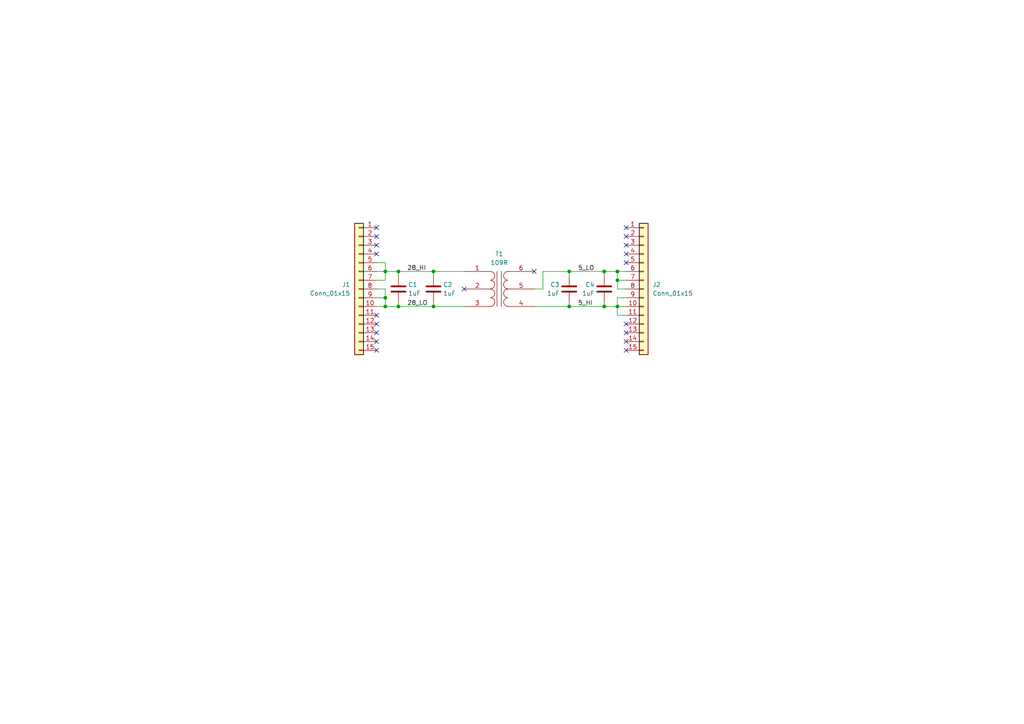
<source format=kicad_sch>
(kicad_sch (version 20250114) (generator "eeschema") (generator_version "9.0")
  (paper "A4")
  (lib_symbols
    (symbol "Connector_Generic:Conn_01x15" (pin_names (offset 1.016) (hide yes))
      (property "Reference" "J" (at 0 20.32 0))
      (property "Value" "Conn_01x15" (at 0 -20.32 0))
      (symbol "Conn_01x15_1_1"
        (rectangle (start -1.27 19.05) (end 1.27 -19.05) (stroke (width 0.254)) (fill (type background)))
        (rectangle (start -1.27 17.907) (end 0 17.653) (stroke (width 0.1524)))
        (rectangle (start -1.27 15.367) (end 0 15.113) (stroke (width 0.1524)))
        (rectangle (start -1.27 12.827) (end 0 12.573) (stroke (width 0.1524)))
        (rectangle (start -1.27 10.287) (end 0 10.033) (stroke (width 0.1524)))
        (rectangle (start -1.27 7.747) (end 0 7.493) (stroke (width 0.1524)))
        (rectangle (start -1.27 5.207) (end 0 4.953) (stroke (width 0.1524)))
        (rectangle (start -1.27 2.667) (end 0 2.413) (stroke (width 0.1524)))
        (rectangle (start -1.27 0.127) (end 0 -0.127) (stroke (width 0.1524)))
        (rectangle (start -1.27 -2.413) (end 0 -2.667) (stroke (width 0.1524)))
        (rectangle (start -1.27 -4.953) (end 0 -5.207) (stroke (width 0.1524)))
        (rectangle (start -1.27 -7.493) (end 0 -7.747) (stroke (width 0.1524)))
        (rectangle (start -1.27 -10.033) (end 0 -10.287) (stroke (width 0.1524)))
        (rectangle (start -1.27 -12.573) (end 0 -12.827) (stroke (width 0.1524)))
        (rectangle (start -1.27 -15.113) (end 0 -15.367) (stroke (width 0.1524)))
        (rectangle (start -1.27 -17.653) (end 0 -17.907) (stroke (width 0.1524)))
        (pin passive line (at -5.08 17.78 0) (length 3.81) (name "Pin_1") (number "1"))
        (pin passive line (at -5.08 15.24 0) (length 3.81) (name "Pin_2") (number "2"))
        (pin passive line (at -5.08 12.7 0) (length 3.81) (name "Pin_3") (number "3"))
        (pin passive line (at -5.08 10.16 0) (length 3.81) (name "Pin_4") (number "4"))
        (pin passive line (at -5.08 7.62 0) (length 3.81) (name "Pin_5") (number "5"))
        (pin passive line (at -5.08 5.08 0) (length 3.81) (name "Pin_6") (number "6"))
        (pin passive line (at -5.08 2.54 0) (length 3.81) (name "Pin_7") (number "7"))
        (pin passive line (at -5.08 0 0) (length 3.81) (name "Pin_8") (number "8"))
        (pin passive line (at -5.08 -2.54 0) (length 3.81) (name "Pin_9") (number "9"))
        (pin passive line (at -5.08 -5.08 0) (length 3.81) (name "Pin_10") (number "10"))
        (pin passive line (at -5.08 -7.62 0) (length 3.81) (name "Pin_11") (number "11"))
        (pin passive line (at -5.08 -10.16 0) (length 3.81) (name "Pin_12") (number "12"))
        (pin passive line (at -5.08 -12.7 0) (length 3.81) (name "Pin_13") (number "13"))
        (pin passive line (at -5.08 -15.24 0) (length 3.81) (name "Pin_14") (number "14"))
        (pin passive line (at -5.08 -17.78 0) (length 3.81) (name "Pin_15") (number "15"))
      )
    )
    (symbol "Device:C" (pin_numbers (hide yes)) (pin_names (offset 0.254))
      (property "Reference" "C" (at 0.635 2.54 0))
      (property "Value" "C" (at 0.635 -2.54 0))
      (symbol "C_0_1"
        (polyline (pts (xy -2.032 0.762) (xy 2.032 0.762)) (stroke (width 0.508)))
        (polyline (pts (xy -2.032 -0.762) (xy 2.032 -0.762)) (stroke (width 0.508)))
      )
      (symbol "C_1_1"
        (pin passive line (at 0 3.81 270) (length 2.794) (name "~") (number "1"))
        (pin passive line (at 0 -3.81 90) (length 2.794) (name "~") (number "2"))
      )
    )
    (symbol "cdu:Transformer_SP_SS" (pin_names (offset 1.016) (hide yes))
      (property "Reference" "T" (at 0 6.35 0))
      (property "Value" "Transformer_SP_SS" (at 0 -7.62 0))
      (symbol "Transformer_SP_SS_0_1"
        (arc (start -1.27 3.81) (mid -1.656 2.9336) (end -2.54 2.5654))
        (arc (start -1.27 1.27) (mid -1.656 0.3936) (end -2.54 0.0254))
        (arc (start -1.27 -1.27) (mid -1.656 -2.1464) (end -2.54 -2.5146))
        (arc (start -1.27 -3.81) (mid -1.656 -4.6864) (end -2.54 -5.0546))
        (arc (start -2.54 5.08) (mid -1.642 4.708) (end -1.27 3.81))
        (arc (start -2.54 2.54) (mid -1.642 2.168) (end -1.27 1.27))
        (arc (start -2.54 0) (mid -1.642 -0.372) (end -1.27 -1.27))
        (arc (start -2.54 -2.54) (mid -1.642 -2.912) (end -1.27 -3.81))
        (polyline (pts (xy -0.635 5.08) (xy -0.635 -5.08)))
        (polyline (pts (xy 0.635 -5.08) (xy 0.635 5.08)))
        (arc (start 1.2954 3.81) (mid 1.6457 4.7117) (end 2.54 5.08))
        (arc (start 1.2954 1.27) (mid 1.6457 2.1717) (end 2.54 2.54))
        (arc (start 1.2954 -1.27) (mid 1.6457 -0.3683) (end 2.54 0))
        (arc (start 2.54 2.5654) (mid 1.6599 2.9299) (end 1.2954 3.81))
        (arc (start 2.54 0.0254) (mid 1.6599 0.3899) (end 1.2954 1.27))
        (arc (start 2.54 -2.5146) (mid 1.6599 -2.1501) (end 1.2954 -1.27))
        (arc (start 1.3208 -3.81) (mid 1.6711 -2.9085) (end 2.5654 -2.54))
        (arc (start 2.5654 -5.0546) (mid 1.6851 -4.6902) (end 1.3208 -3.81))
      )
      (symbol "Transformer_SP_SS_1_1"
        (pin passive line (at -10.16 5.08 0) (length 7.62) (name "AA") (number "1"))
        (pin passive line (at -10.16 0 0) (length 7.62) (name "AC") (number "2"))
        (pin passive line (at -10.16 -5.08 0) (length 7.62) (name "AB") (number "3"))
        (pin passive line (at 10.16 5.08 180) (length 7.62) (name "SB") (number "6"))
        (pin passive line (at 10.16 0 180) (length 7.62) (name "SC") (number "5"))
        (pin passive line (at 10.16 -5.08 180) (length 7.62) (name "SA") (number "4"))
      )
    )
  )
  (junction (at 111.76 78.74))
  (junction (at 125.73 78.74))
  (junction (at 115.57 78.74))
  (junction (at 165.1 88.9))
  (junction (at 175.26 78.74))
  (junction (at 179.07 78.74))
  (junction (at 179.07 88.9))
  (junction (at 111.76 88.9))
  (junction (at 165.1 78.74))
  (junction (at 175.26 88.9))
  (junction (at 115.57 88.9))
  (junction (at 179.07 81.28))
  (junction (at 125.73 88.9))
  (junction (at 111.76 86.36))
  (no_connect (at 109.22 73.66))
  (no_connect (at 109.22 96.52))
  (no_connect (at 109.22 101.6))
  (no_connect (at 181.61 96.52))
  (no_connect (at 109.22 91.44))
  (no_connect (at 109.22 93.98))
  (no_connect (at 109.22 68.58))
  (no_connect (at 109.22 71.12))
  (no_connect (at 181.61 73.66))
  (no_connect (at 181.61 68.58))
  (no_connect (at 181.61 71.12))
  (no_connect (at 181.61 99.06))
  (no_connect (at 109.22 99.06))
  (no_connect (at 181.61 76.2))
  (no_connect (at 154.94 78.74))
  (no_connect (at 134.62 83.82))
  (no_connect (at 181.61 101.6))
  (no_connect (at 181.61 66.04))
  (no_connect (at 109.22 66.04))
  (no_connect (at 181.61 93.98))
  (wire (pts (xy 179.07 78.74) (xy 181.61 78.74)))
  (wire (pts (xy 179.07 83.82) (xy 181.61 83.82)))
  (wire (pts (xy 125.73 78.74) (xy 125.73 80.01)))
  (wire (pts (xy 179.07 81.28) (xy 179.07 83.82)))
  (wire (pts (xy 125.73 88.9) (xy 125.73 87.63)))
  (wire (pts (xy 157.48 78.74) (xy 165.1 78.74)))
  (wire (pts (xy 175.26 78.74) (xy 175.26 80.01)))
  (wire (pts (xy 109.22 76.2) (xy 111.76 76.2)))
  (wire (pts (xy 179.07 91.44) (xy 181.61 91.44)))
  (wire (pts (xy 125.73 88.9) (xy 115.57 88.9)))
  (wire (pts (xy 179.07 88.9) (xy 181.61 88.9)))
  (wire (pts (xy 111.76 78.74) (xy 111.76 81.28)))
  (wire (pts (xy 111.76 83.82) (xy 109.22 83.82)))
  (wire (pts (xy 109.22 86.36) (xy 111.76 86.36)))
  (wire (pts (xy 165.1 78.74) (xy 165.1 80.01)))
  (wire (pts (xy 179.07 88.9) (xy 179.07 91.44)))
  (wire (pts (xy 179.07 86.36) (xy 181.61 86.36)))
  (wire (pts (xy 115.57 78.74) (xy 111.76 78.74)))
  (wire (pts (xy 179.07 81.28) (xy 181.61 81.28)))
  (wire (pts (xy 134.62 78.74) (xy 125.73 78.74)))
  (wire (pts (xy 134.62 88.9) (xy 125.73 88.9)))
  (wire (pts (xy 115.57 88.9) (xy 111.76 88.9)))
  (wire (pts (xy 111.76 88.9) (xy 111.76 86.36)))
  (wire (pts (xy 157.48 78.74) (xy 157.48 83.82)))
  (wire (pts (xy 179.07 88.9) (xy 179.07 86.36)))
  (wire (pts (xy 115.57 88.9) (xy 115.57 87.63)))
  (wire (pts (xy 157.48 83.82) (xy 154.94 83.82)))
  (wire (pts (xy 175.26 88.9) (xy 179.07 88.9)))
  (wire (pts (xy 175.26 78.74) (xy 179.07 78.74)))
  (wire (pts (xy 175.26 88.9) (xy 175.26 87.63)))
  (wire (pts (xy 111.76 76.2) (xy 111.76 78.74)))
  (wire (pts (xy 165.1 78.74) (xy 175.26 78.74)))
  (wire (pts (xy 111.76 86.36) (xy 111.76 83.82)))
  (wire (pts (xy 109.22 78.74) (xy 111.76 78.74)))
  (wire (pts (xy 179.07 78.74) (xy 179.07 81.28)))
  (wire (pts (xy 154.94 88.9) (xy 165.1 88.9)))
  (wire (pts (xy 165.1 88.9) (xy 175.26 88.9)))
  (wire (pts (xy 109.22 88.9) (xy 111.76 88.9)))
  (wire (pts (xy 125.73 78.74) (xy 115.57 78.74)))
  (wire (pts (xy 165.1 88.9) (xy 165.1 87.63)))
  (wire (pts (xy 115.57 78.74) (xy 115.57 80.01)))
  (wire (pts (xy 111.76 81.28) (xy 109.22 81.28)))
  (label "5_HI" (at 167.64 88.9 0))
  (label "28_LO" (at 118.11 88.9 0))
  (label "28_HI" (at 118.11 78.74 0))
  (label "5_LO" (at 167.64 78.74 0))
  (symbol (lib_id "Device:C") (at 175.26 83.82 0) (mirror y) (unit 1)
    (property "Reference" "C4" (at 172.466 82.55 0) (effects (justify left)))
    (property "Value" "1uF" (at 172.466 85.09 0) (effects (justify left)))
    (property "Footprint" "Capacitor_THT:C_Rect_L13.0mm_W6.0mm_P10.00mm_FKS3_FKP3_MKS4" (effects (hide yes)))
    (property "Description" "Unpolarized capacitor" (effects (hide yes)))
  )
  (symbol (lib_id "Connector_Generic:Conn_01x15") (at 186.69 83.82 0) (unit 1)
    (property "Reference" "J2" (at 189.23 82.5499 0) (effects (justify left)))
    (property "Value" "Conn_01x15" (at 189.23 85.0899 0) (effects (justify left)))
    (property "Footprint" "Connector_PinHeader_2.54mm:PinHeader_1x15_P2.54mm_Vertical" (effects (hide yes)))
    (property "Description" "Generic connector, single row, 01x15, script generated (kicad-library-utils/schlib/autogen/connector/)" (effects (hide yes)))
  )
  (symbol (lib_id "Device:C") (at 125.73 83.82 0) (unit 1)
    (property "Reference" "C2" (at 128.524 82.55 0) (effects (justify left)))
    (property "Value" "1uF" (at 128.524 85.09 0) (effects (justify left)))
    (property "Footprint" "Capacitor_THT:C_Rect_L13.0mm_W6.0mm_P10.00mm_FKS3_FKP3_MKS4" (effects (hide yes)))
    (property "Description" "Unpolarized capacitor" (effects (hide yes)))
  )
  (symbol (lib_id "Device:C") (at 165.1 83.82 0) (mirror y) (unit 1)
    (property "Reference" "C3" (at 162.306 82.55 0) (effects (justify left)))
    (property "Value" "1uF" (at 162.306 85.09 0) (effects (justify left)))
    (property "Footprint" "Capacitor_THT:C_Rect_L13.0mm_W6.0mm_P10.00mm_FKS3_FKP3_MKS4" (effects (hide yes)))
    (property "Description" "Unpolarized capacitor" (effects (hide yes)))
  )
  (symbol (lib_id "Device:C") (at 115.57 83.82 0) (unit 1)
    (property "Reference" "C1" (at 118.364 82.55 0) (effects (justify left)))
    (property "Value" "1uF" (at 118.364 85.09 0) (effects (justify left)))
    (property "Footprint" "Capacitor_THT:C_Rect_L13.0mm_W6.0mm_P10.00mm_FKS3_FKP3_MKS4" (effects (hide yes)))
    (property "Description" "Unpolarized capacitor" (effects (hide yes)))
  )
  (symbol (lib_id "cdu:Transformer_SP_SS") (at 144.78 83.82 0) (unit 1)
    (property "Reference" "T1" (at 144.7927 73.66 0))
    (property "Value" "109R" (at 144.7927 76.2 0))
    (property "Footprint" "cdu:Hammond_109" (effects (hide yes)))
    (property "Description" "Transformer, single primary, split secondary" (effects (hide yes)))
  )
  (symbol (lib_id "Connector_Generic:Conn_01x15") (at 104.14 83.82 0) (mirror y) (unit 1)
    (property "Reference" "J1" (at 101.6 82.5499 0) (effects (justify left)))
    (property "Value" "Conn_01x15" (at 101.6 85.0899 0) (effects (justify left)))
    (property "Footprint" "Connector_PinHeader_2.54mm:PinHeader_1x15_P2.54mm_Vertical" (effects (hide yes)))
    (property "Description" "Generic connector, single row, 01x15, script generated (kicad-library-utils/schlib/autogen/connector/)" (effects (hide yes)))
  )
)
</source>
